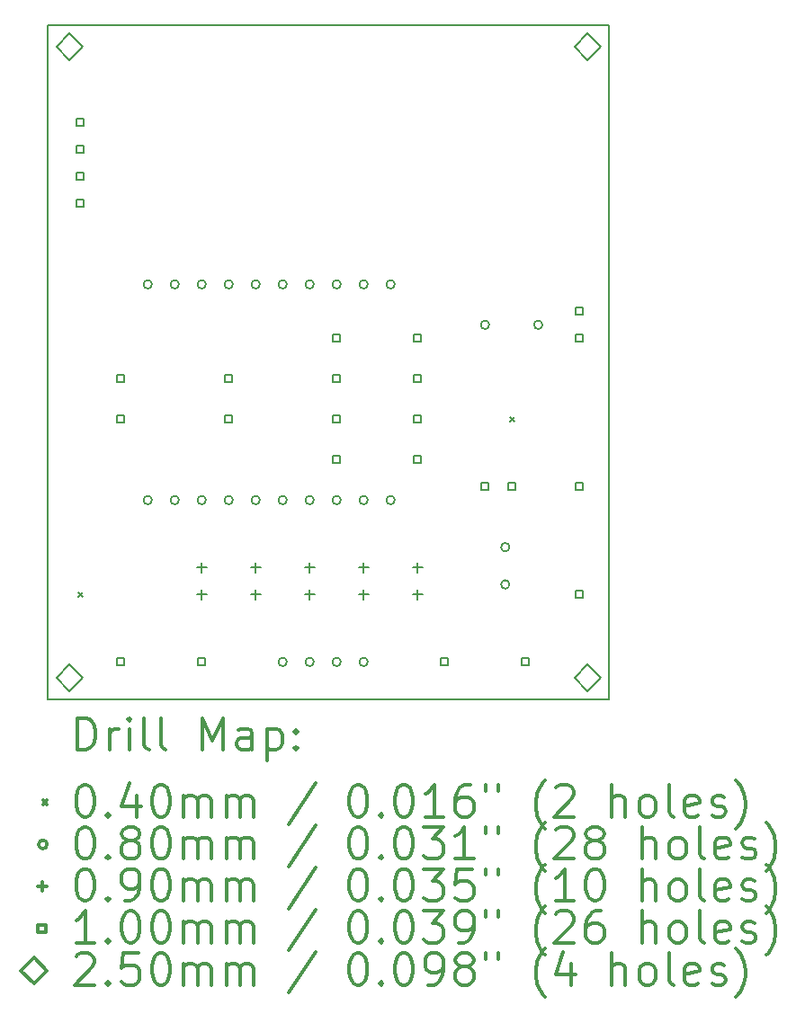
<source format=gbr>
%FSLAX45Y45*%
G04 Gerber Fmt 4.5, Leading zero omitted, Abs format (unit mm)*
G04 Created by KiCad (PCBNEW 5.1.9+dfsg1-1+deb11u1) date 2023-10-22 21:50:04*
%MOMM*%
%LPD*%
G01*
G04 APERTURE LIST*
%TA.AperFunction,Profile*%
%ADD10C,0.150000*%
%TD*%
%ADD11C,0.200000*%
%ADD12C,0.300000*%
G04 APERTURE END LIST*
D10*
X12395200Y-6705600D02*
X12395200Y-13055600D01*
X17678400Y-6705600D02*
X12395200Y-6705600D01*
X17678400Y-13055600D02*
X17678400Y-6705600D01*
X12395200Y-13055600D02*
X17678400Y-13055600D01*
D11*
X12680000Y-12045000D02*
X12720000Y-12085000D01*
X12720000Y-12045000D02*
X12680000Y-12085000D01*
X16744000Y-10394000D02*
X16784000Y-10434000D01*
X16784000Y-10394000D02*
X16744000Y-10434000D01*
X13375000Y-9144000D02*
G75*
G03*
X13375000Y-9144000I-40000J0D01*
G01*
X13375000Y-11176000D02*
G75*
G03*
X13375000Y-11176000I-40000J0D01*
G01*
X13629000Y-9144000D02*
G75*
G03*
X13629000Y-9144000I-40000J0D01*
G01*
X13629000Y-11176000D02*
G75*
G03*
X13629000Y-11176000I-40000J0D01*
G01*
X13883000Y-9144000D02*
G75*
G03*
X13883000Y-9144000I-40000J0D01*
G01*
X13883000Y-11176000D02*
G75*
G03*
X13883000Y-11176000I-40000J0D01*
G01*
X14137000Y-9144000D02*
G75*
G03*
X14137000Y-9144000I-40000J0D01*
G01*
X14137000Y-11176000D02*
G75*
G03*
X14137000Y-11176000I-40000J0D01*
G01*
X14391000Y-9144000D02*
G75*
G03*
X14391000Y-9144000I-40000J0D01*
G01*
X14391000Y-11176000D02*
G75*
G03*
X14391000Y-11176000I-40000J0D01*
G01*
X14645000Y-9144000D02*
G75*
G03*
X14645000Y-9144000I-40000J0D01*
G01*
X14645000Y-11176000D02*
G75*
G03*
X14645000Y-11176000I-40000J0D01*
G01*
X14645000Y-12700000D02*
G75*
G03*
X14645000Y-12700000I-40000J0D01*
G01*
X14899000Y-9144000D02*
G75*
G03*
X14899000Y-9144000I-40000J0D01*
G01*
X14899000Y-11176000D02*
G75*
G03*
X14899000Y-11176000I-40000J0D01*
G01*
X14899000Y-12700000D02*
G75*
G03*
X14899000Y-12700000I-40000J0D01*
G01*
X15153000Y-9144000D02*
G75*
G03*
X15153000Y-9144000I-40000J0D01*
G01*
X15153000Y-11176000D02*
G75*
G03*
X15153000Y-11176000I-40000J0D01*
G01*
X15153000Y-12700000D02*
G75*
G03*
X15153000Y-12700000I-40000J0D01*
G01*
X15407000Y-9144000D02*
G75*
G03*
X15407000Y-9144000I-40000J0D01*
G01*
X15407000Y-11176000D02*
G75*
G03*
X15407000Y-11176000I-40000J0D01*
G01*
X15407000Y-12700000D02*
G75*
G03*
X15407000Y-12700000I-40000J0D01*
G01*
X15661000Y-9144000D02*
G75*
G03*
X15661000Y-9144000I-40000J0D01*
G01*
X15661000Y-11176000D02*
G75*
G03*
X15661000Y-11176000I-40000J0D01*
G01*
X16550000Y-9525000D02*
G75*
G03*
X16550000Y-9525000I-40000J0D01*
G01*
X16740500Y-11620500D02*
G75*
G03*
X16740500Y-11620500I-40000J0D01*
G01*
X16740500Y-11970500D02*
G75*
G03*
X16740500Y-11970500I-40000J0D01*
G01*
X17050000Y-9525000D02*
G75*
G03*
X17050000Y-9525000I-40000J0D01*
G01*
X13843000Y-11766000D02*
X13843000Y-11856000D01*
X13798000Y-11811000D02*
X13888000Y-11811000D01*
X13843000Y-12020000D02*
X13843000Y-12110000D01*
X13798000Y-12065000D02*
X13888000Y-12065000D01*
X14351000Y-11766000D02*
X14351000Y-11856000D01*
X14306000Y-11811000D02*
X14396000Y-11811000D01*
X14351000Y-12020000D02*
X14351000Y-12110000D01*
X14306000Y-12065000D02*
X14396000Y-12065000D01*
X14859000Y-11766000D02*
X14859000Y-11856000D01*
X14814000Y-11811000D02*
X14904000Y-11811000D01*
X14859000Y-12020000D02*
X14859000Y-12110000D01*
X14814000Y-12065000D02*
X14904000Y-12065000D01*
X15367000Y-11766000D02*
X15367000Y-11856000D01*
X15322000Y-11811000D02*
X15412000Y-11811000D01*
X15367000Y-12020000D02*
X15367000Y-12110000D01*
X15322000Y-12065000D02*
X15412000Y-12065000D01*
X15875000Y-11766000D02*
X15875000Y-11856000D01*
X15830000Y-11811000D02*
X15920000Y-11811000D01*
X15875000Y-12020000D02*
X15875000Y-12110000D01*
X15830000Y-12065000D02*
X15920000Y-12065000D01*
X12735356Y-7655356D02*
X12735356Y-7584644D01*
X12664644Y-7584644D01*
X12664644Y-7655356D01*
X12735356Y-7655356D01*
X12735356Y-7909356D02*
X12735356Y-7838644D01*
X12664644Y-7838644D01*
X12664644Y-7909356D01*
X12735356Y-7909356D01*
X12735356Y-8163356D02*
X12735356Y-8092644D01*
X12664644Y-8092644D01*
X12664644Y-8163356D01*
X12735356Y-8163356D01*
X12735356Y-8417356D02*
X12735356Y-8346644D01*
X12664644Y-8346644D01*
X12664644Y-8417356D01*
X12735356Y-8417356D01*
X13116356Y-10068356D02*
X13116356Y-9997644D01*
X13045644Y-9997644D01*
X13045644Y-10068356D01*
X13116356Y-10068356D01*
X13116356Y-10449356D02*
X13116356Y-10378644D01*
X13045644Y-10378644D01*
X13045644Y-10449356D01*
X13116356Y-10449356D01*
X13116356Y-12735356D02*
X13116356Y-12664644D01*
X13045644Y-12664644D01*
X13045644Y-12735356D01*
X13116356Y-12735356D01*
X13878356Y-12735356D02*
X13878356Y-12664644D01*
X13807644Y-12664644D01*
X13807644Y-12735356D01*
X13878356Y-12735356D01*
X14132356Y-10068356D02*
X14132356Y-9997644D01*
X14061644Y-9997644D01*
X14061644Y-10068356D01*
X14132356Y-10068356D01*
X14132356Y-10449356D02*
X14132356Y-10378644D01*
X14061644Y-10378644D01*
X14061644Y-10449356D01*
X14132356Y-10449356D01*
X15148356Y-9687356D02*
X15148356Y-9616644D01*
X15077644Y-9616644D01*
X15077644Y-9687356D01*
X15148356Y-9687356D01*
X15148356Y-10068356D02*
X15148356Y-9997644D01*
X15077644Y-9997644D01*
X15077644Y-10068356D01*
X15148356Y-10068356D01*
X15148356Y-10449356D02*
X15148356Y-10378644D01*
X15077644Y-10378644D01*
X15077644Y-10449356D01*
X15148356Y-10449356D01*
X15148356Y-10830356D02*
X15148356Y-10759644D01*
X15077644Y-10759644D01*
X15077644Y-10830356D01*
X15148356Y-10830356D01*
X15910356Y-9687356D02*
X15910356Y-9616644D01*
X15839644Y-9616644D01*
X15839644Y-9687356D01*
X15910356Y-9687356D01*
X15910356Y-10068356D02*
X15910356Y-9997644D01*
X15839644Y-9997644D01*
X15839644Y-10068356D01*
X15910356Y-10068356D01*
X15910356Y-10449356D02*
X15910356Y-10378644D01*
X15839644Y-10378644D01*
X15839644Y-10449356D01*
X15910356Y-10449356D01*
X15910356Y-10830356D02*
X15910356Y-10759644D01*
X15839644Y-10759644D01*
X15839644Y-10830356D01*
X15910356Y-10830356D01*
X16164356Y-12735356D02*
X16164356Y-12664644D01*
X16093644Y-12664644D01*
X16093644Y-12735356D01*
X16164356Y-12735356D01*
X16545356Y-11084356D02*
X16545356Y-11013644D01*
X16474644Y-11013644D01*
X16474644Y-11084356D01*
X16545356Y-11084356D01*
X16799356Y-11084356D02*
X16799356Y-11013644D01*
X16728644Y-11013644D01*
X16728644Y-11084356D01*
X16799356Y-11084356D01*
X16926356Y-12735356D02*
X16926356Y-12664644D01*
X16855644Y-12664644D01*
X16855644Y-12735356D01*
X16926356Y-12735356D01*
X17434356Y-9433356D02*
X17434356Y-9362644D01*
X17363644Y-9362644D01*
X17363644Y-9433356D01*
X17434356Y-9433356D01*
X17434356Y-9687356D02*
X17434356Y-9616644D01*
X17363644Y-9616644D01*
X17363644Y-9687356D01*
X17434356Y-9687356D01*
X17434610Y-11084356D02*
X17434610Y-11013644D01*
X17363898Y-11013644D01*
X17363898Y-11084356D01*
X17434610Y-11084356D01*
X17434610Y-12100356D02*
X17434610Y-12029644D01*
X17363898Y-12029644D01*
X17363898Y-12100356D01*
X17434610Y-12100356D01*
X12598400Y-7033800D02*
X12723400Y-6908800D01*
X12598400Y-6783800D01*
X12473400Y-6908800D01*
X12598400Y-7033800D01*
X12598400Y-12977400D02*
X12723400Y-12852400D01*
X12598400Y-12727400D01*
X12473400Y-12852400D01*
X12598400Y-12977400D01*
X17475200Y-7033800D02*
X17600200Y-6908800D01*
X17475200Y-6783800D01*
X17350200Y-6908800D01*
X17475200Y-7033800D01*
X17475200Y-12977400D02*
X17600200Y-12852400D01*
X17475200Y-12727400D01*
X17350200Y-12852400D01*
X17475200Y-12977400D01*
D12*
X12674128Y-13528814D02*
X12674128Y-13228814D01*
X12745557Y-13228814D01*
X12788414Y-13243100D01*
X12816986Y-13271671D01*
X12831271Y-13300243D01*
X12845557Y-13357386D01*
X12845557Y-13400243D01*
X12831271Y-13457386D01*
X12816986Y-13485957D01*
X12788414Y-13514529D01*
X12745557Y-13528814D01*
X12674128Y-13528814D01*
X12974128Y-13528814D02*
X12974128Y-13328814D01*
X12974128Y-13385957D02*
X12988414Y-13357386D01*
X13002700Y-13343100D01*
X13031271Y-13328814D01*
X13059843Y-13328814D01*
X13159843Y-13528814D02*
X13159843Y-13328814D01*
X13159843Y-13228814D02*
X13145557Y-13243100D01*
X13159843Y-13257386D01*
X13174128Y-13243100D01*
X13159843Y-13228814D01*
X13159843Y-13257386D01*
X13345557Y-13528814D02*
X13316986Y-13514529D01*
X13302700Y-13485957D01*
X13302700Y-13228814D01*
X13502700Y-13528814D02*
X13474128Y-13514529D01*
X13459843Y-13485957D01*
X13459843Y-13228814D01*
X13845557Y-13528814D02*
X13845557Y-13228814D01*
X13945557Y-13443100D01*
X14045557Y-13228814D01*
X14045557Y-13528814D01*
X14316986Y-13528814D02*
X14316986Y-13371671D01*
X14302700Y-13343100D01*
X14274128Y-13328814D01*
X14216986Y-13328814D01*
X14188414Y-13343100D01*
X14316986Y-13514529D02*
X14288414Y-13528814D01*
X14216986Y-13528814D01*
X14188414Y-13514529D01*
X14174128Y-13485957D01*
X14174128Y-13457386D01*
X14188414Y-13428814D01*
X14216986Y-13414529D01*
X14288414Y-13414529D01*
X14316986Y-13400243D01*
X14459843Y-13328814D02*
X14459843Y-13628814D01*
X14459843Y-13343100D02*
X14488414Y-13328814D01*
X14545557Y-13328814D01*
X14574128Y-13343100D01*
X14588414Y-13357386D01*
X14602700Y-13385957D01*
X14602700Y-13471671D01*
X14588414Y-13500243D01*
X14574128Y-13514529D01*
X14545557Y-13528814D01*
X14488414Y-13528814D01*
X14459843Y-13514529D01*
X14731271Y-13500243D02*
X14745557Y-13514529D01*
X14731271Y-13528814D01*
X14716986Y-13514529D01*
X14731271Y-13500243D01*
X14731271Y-13528814D01*
X14731271Y-13343100D02*
X14745557Y-13357386D01*
X14731271Y-13371671D01*
X14716986Y-13357386D01*
X14731271Y-13343100D01*
X14731271Y-13371671D01*
X12347700Y-14003100D02*
X12387700Y-14043100D01*
X12387700Y-14003100D02*
X12347700Y-14043100D01*
X12731271Y-13858814D02*
X12759843Y-13858814D01*
X12788414Y-13873100D01*
X12802700Y-13887386D01*
X12816986Y-13915957D01*
X12831271Y-13973100D01*
X12831271Y-14044529D01*
X12816986Y-14101671D01*
X12802700Y-14130243D01*
X12788414Y-14144529D01*
X12759843Y-14158814D01*
X12731271Y-14158814D01*
X12702700Y-14144529D01*
X12688414Y-14130243D01*
X12674128Y-14101671D01*
X12659843Y-14044529D01*
X12659843Y-13973100D01*
X12674128Y-13915957D01*
X12688414Y-13887386D01*
X12702700Y-13873100D01*
X12731271Y-13858814D01*
X12959843Y-14130243D02*
X12974128Y-14144529D01*
X12959843Y-14158814D01*
X12945557Y-14144529D01*
X12959843Y-14130243D01*
X12959843Y-14158814D01*
X13231271Y-13958814D02*
X13231271Y-14158814D01*
X13159843Y-13844529D02*
X13088414Y-14058814D01*
X13274128Y-14058814D01*
X13445557Y-13858814D02*
X13474128Y-13858814D01*
X13502700Y-13873100D01*
X13516986Y-13887386D01*
X13531271Y-13915957D01*
X13545557Y-13973100D01*
X13545557Y-14044529D01*
X13531271Y-14101671D01*
X13516986Y-14130243D01*
X13502700Y-14144529D01*
X13474128Y-14158814D01*
X13445557Y-14158814D01*
X13416986Y-14144529D01*
X13402700Y-14130243D01*
X13388414Y-14101671D01*
X13374128Y-14044529D01*
X13374128Y-13973100D01*
X13388414Y-13915957D01*
X13402700Y-13887386D01*
X13416986Y-13873100D01*
X13445557Y-13858814D01*
X13674128Y-14158814D02*
X13674128Y-13958814D01*
X13674128Y-13987386D02*
X13688414Y-13973100D01*
X13716986Y-13958814D01*
X13759843Y-13958814D01*
X13788414Y-13973100D01*
X13802700Y-14001671D01*
X13802700Y-14158814D01*
X13802700Y-14001671D02*
X13816986Y-13973100D01*
X13845557Y-13958814D01*
X13888414Y-13958814D01*
X13916986Y-13973100D01*
X13931271Y-14001671D01*
X13931271Y-14158814D01*
X14074128Y-14158814D02*
X14074128Y-13958814D01*
X14074128Y-13987386D02*
X14088414Y-13973100D01*
X14116986Y-13958814D01*
X14159843Y-13958814D01*
X14188414Y-13973100D01*
X14202700Y-14001671D01*
X14202700Y-14158814D01*
X14202700Y-14001671D02*
X14216986Y-13973100D01*
X14245557Y-13958814D01*
X14288414Y-13958814D01*
X14316986Y-13973100D01*
X14331271Y-14001671D01*
X14331271Y-14158814D01*
X14916986Y-13844529D02*
X14659843Y-14230243D01*
X15302700Y-13858814D02*
X15331271Y-13858814D01*
X15359843Y-13873100D01*
X15374128Y-13887386D01*
X15388414Y-13915957D01*
X15402700Y-13973100D01*
X15402700Y-14044529D01*
X15388414Y-14101671D01*
X15374128Y-14130243D01*
X15359843Y-14144529D01*
X15331271Y-14158814D01*
X15302700Y-14158814D01*
X15274128Y-14144529D01*
X15259843Y-14130243D01*
X15245557Y-14101671D01*
X15231271Y-14044529D01*
X15231271Y-13973100D01*
X15245557Y-13915957D01*
X15259843Y-13887386D01*
X15274128Y-13873100D01*
X15302700Y-13858814D01*
X15531271Y-14130243D02*
X15545557Y-14144529D01*
X15531271Y-14158814D01*
X15516986Y-14144529D01*
X15531271Y-14130243D01*
X15531271Y-14158814D01*
X15731271Y-13858814D02*
X15759843Y-13858814D01*
X15788414Y-13873100D01*
X15802700Y-13887386D01*
X15816986Y-13915957D01*
X15831271Y-13973100D01*
X15831271Y-14044529D01*
X15816986Y-14101671D01*
X15802700Y-14130243D01*
X15788414Y-14144529D01*
X15759843Y-14158814D01*
X15731271Y-14158814D01*
X15702700Y-14144529D01*
X15688414Y-14130243D01*
X15674128Y-14101671D01*
X15659843Y-14044529D01*
X15659843Y-13973100D01*
X15674128Y-13915957D01*
X15688414Y-13887386D01*
X15702700Y-13873100D01*
X15731271Y-13858814D01*
X16116986Y-14158814D02*
X15945557Y-14158814D01*
X16031271Y-14158814D02*
X16031271Y-13858814D01*
X16002700Y-13901671D01*
X15974128Y-13930243D01*
X15945557Y-13944529D01*
X16374128Y-13858814D02*
X16316986Y-13858814D01*
X16288414Y-13873100D01*
X16274128Y-13887386D01*
X16245557Y-13930243D01*
X16231271Y-13987386D01*
X16231271Y-14101671D01*
X16245557Y-14130243D01*
X16259843Y-14144529D01*
X16288414Y-14158814D01*
X16345557Y-14158814D01*
X16374128Y-14144529D01*
X16388414Y-14130243D01*
X16402700Y-14101671D01*
X16402700Y-14030243D01*
X16388414Y-14001671D01*
X16374128Y-13987386D01*
X16345557Y-13973100D01*
X16288414Y-13973100D01*
X16259843Y-13987386D01*
X16245557Y-14001671D01*
X16231271Y-14030243D01*
X16516986Y-13858814D02*
X16516986Y-13915957D01*
X16631271Y-13858814D02*
X16631271Y-13915957D01*
X17074128Y-14273100D02*
X17059843Y-14258814D01*
X17031271Y-14215957D01*
X17016986Y-14187386D01*
X17002700Y-14144529D01*
X16988414Y-14073100D01*
X16988414Y-14015957D01*
X17002700Y-13944529D01*
X17016986Y-13901671D01*
X17031271Y-13873100D01*
X17059843Y-13830243D01*
X17074128Y-13815957D01*
X17174128Y-13887386D02*
X17188414Y-13873100D01*
X17216986Y-13858814D01*
X17288414Y-13858814D01*
X17316986Y-13873100D01*
X17331271Y-13887386D01*
X17345557Y-13915957D01*
X17345557Y-13944529D01*
X17331271Y-13987386D01*
X17159843Y-14158814D01*
X17345557Y-14158814D01*
X17702700Y-14158814D02*
X17702700Y-13858814D01*
X17831271Y-14158814D02*
X17831271Y-14001671D01*
X17816986Y-13973100D01*
X17788414Y-13958814D01*
X17745557Y-13958814D01*
X17716986Y-13973100D01*
X17702700Y-13987386D01*
X18016986Y-14158814D02*
X17988414Y-14144529D01*
X17974128Y-14130243D01*
X17959843Y-14101671D01*
X17959843Y-14015957D01*
X17974128Y-13987386D01*
X17988414Y-13973100D01*
X18016986Y-13958814D01*
X18059843Y-13958814D01*
X18088414Y-13973100D01*
X18102700Y-13987386D01*
X18116986Y-14015957D01*
X18116986Y-14101671D01*
X18102700Y-14130243D01*
X18088414Y-14144529D01*
X18059843Y-14158814D01*
X18016986Y-14158814D01*
X18288414Y-14158814D02*
X18259843Y-14144529D01*
X18245557Y-14115957D01*
X18245557Y-13858814D01*
X18516986Y-14144529D02*
X18488414Y-14158814D01*
X18431271Y-14158814D01*
X18402700Y-14144529D01*
X18388414Y-14115957D01*
X18388414Y-14001671D01*
X18402700Y-13973100D01*
X18431271Y-13958814D01*
X18488414Y-13958814D01*
X18516986Y-13973100D01*
X18531271Y-14001671D01*
X18531271Y-14030243D01*
X18388414Y-14058814D01*
X18645557Y-14144529D02*
X18674128Y-14158814D01*
X18731271Y-14158814D01*
X18759843Y-14144529D01*
X18774128Y-14115957D01*
X18774128Y-14101671D01*
X18759843Y-14073100D01*
X18731271Y-14058814D01*
X18688414Y-14058814D01*
X18659843Y-14044529D01*
X18645557Y-14015957D01*
X18645557Y-14001671D01*
X18659843Y-13973100D01*
X18688414Y-13958814D01*
X18731271Y-13958814D01*
X18759843Y-13973100D01*
X18874128Y-14273100D02*
X18888414Y-14258814D01*
X18916986Y-14215957D01*
X18931271Y-14187386D01*
X18945557Y-14144529D01*
X18959843Y-14073100D01*
X18959843Y-14015957D01*
X18945557Y-13944529D01*
X18931271Y-13901671D01*
X18916986Y-13873100D01*
X18888414Y-13830243D01*
X18874128Y-13815957D01*
X12387700Y-14419100D02*
G75*
G03*
X12387700Y-14419100I-40000J0D01*
G01*
X12731271Y-14254814D02*
X12759843Y-14254814D01*
X12788414Y-14269100D01*
X12802700Y-14283386D01*
X12816986Y-14311957D01*
X12831271Y-14369100D01*
X12831271Y-14440529D01*
X12816986Y-14497671D01*
X12802700Y-14526243D01*
X12788414Y-14540529D01*
X12759843Y-14554814D01*
X12731271Y-14554814D01*
X12702700Y-14540529D01*
X12688414Y-14526243D01*
X12674128Y-14497671D01*
X12659843Y-14440529D01*
X12659843Y-14369100D01*
X12674128Y-14311957D01*
X12688414Y-14283386D01*
X12702700Y-14269100D01*
X12731271Y-14254814D01*
X12959843Y-14526243D02*
X12974128Y-14540529D01*
X12959843Y-14554814D01*
X12945557Y-14540529D01*
X12959843Y-14526243D01*
X12959843Y-14554814D01*
X13145557Y-14383386D02*
X13116986Y-14369100D01*
X13102700Y-14354814D01*
X13088414Y-14326243D01*
X13088414Y-14311957D01*
X13102700Y-14283386D01*
X13116986Y-14269100D01*
X13145557Y-14254814D01*
X13202700Y-14254814D01*
X13231271Y-14269100D01*
X13245557Y-14283386D01*
X13259843Y-14311957D01*
X13259843Y-14326243D01*
X13245557Y-14354814D01*
X13231271Y-14369100D01*
X13202700Y-14383386D01*
X13145557Y-14383386D01*
X13116986Y-14397671D01*
X13102700Y-14411957D01*
X13088414Y-14440529D01*
X13088414Y-14497671D01*
X13102700Y-14526243D01*
X13116986Y-14540529D01*
X13145557Y-14554814D01*
X13202700Y-14554814D01*
X13231271Y-14540529D01*
X13245557Y-14526243D01*
X13259843Y-14497671D01*
X13259843Y-14440529D01*
X13245557Y-14411957D01*
X13231271Y-14397671D01*
X13202700Y-14383386D01*
X13445557Y-14254814D02*
X13474128Y-14254814D01*
X13502700Y-14269100D01*
X13516986Y-14283386D01*
X13531271Y-14311957D01*
X13545557Y-14369100D01*
X13545557Y-14440529D01*
X13531271Y-14497671D01*
X13516986Y-14526243D01*
X13502700Y-14540529D01*
X13474128Y-14554814D01*
X13445557Y-14554814D01*
X13416986Y-14540529D01*
X13402700Y-14526243D01*
X13388414Y-14497671D01*
X13374128Y-14440529D01*
X13374128Y-14369100D01*
X13388414Y-14311957D01*
X13402700Y-14283386D01*
X13416986Y-14269100D01*
X13445557Y-14254814D01*
X13674128Y-14554814D02*
X13674128Y-14354814D01*
X13674128Y-14383386D02*
X13688414Y-14369100D01*
X13716986Y-14354814D01*
X13759843Y-14354814D01*
X13788414Y-14369100D01*
X13802700Y-14397671D01*
X13802700Y-14554814D01*
X13802700Y-14397671D02*
X13816986Y-14369100D01*
X13845557Y-14354814D01*
X13888414Y-14354814D01*
X13916986Y-14369100D01*
X13931271Y-14397671D01*
X13931271Y-14554814D01*
X14074128Y-14554814D02*
X14074128Y-14354814D01*
X14074128Y-14383386D02*
X14088414Y-14369100D01*
X14116986Y-14354814D01*
X14159843Y-14354814D01*
X14188414Y-14369100D01*
X14202700Y-14397671D01*
X14202700Y-14554814D01*
X14202700Y-14397671D02*
X14216986Y-14369100D01*
X14245557Y-14354814D01*
X14288414Y-14354814D01*
X14316986Y-14369100D01*
X14331271Y-14397671D01*
X14331271Y-14554814D01*
X14916986Y-14240529D02*
X14659843Y-14626243D01*
X15302700Y-14254814D02*
X15331271Y-14254814D01*
X15359843Y-14269100D01*
X15374128Y-14283386D01*
X15388414Y-14311957D01*
X15402700Y-14369100D01*
X15402700Y-14440529D01*
X15388414Y-14497671D01*
X15374128Y-14526243D01*
X15359843Y-14540529D01*
X15331271Y-14554814D01*
X15302700Y-14554814D01*
X15274128Y-14540529D01*
X15259843Y-14526243D01*
X15245557Y-14497671D01*
X15231271Y-14440529D01*
X15231271Y-14369100D01*
X15245557Y-14311957D01*
X15259843Y-14283386D01*
X15274128Y-14269100D01*
X15302700Y-14254814D01*
X15531271Y-14526243D02*
X15545557Y-14540529D01*
X15531271Y-14554814D01*
X15516986Y-14540529D01*
X15531271Y-14526243D01*
X15531271Y-14554814D01*
X15731271Y-14254814D02*
X15759843Y-14254814D01*
X15788414Y-14269100D01*
X15802700Y-14283386D01*
X15816986Y-14311957D01*
X15831271Y-14369100D01*
X15831271Y-14440529D01*
X15816986Y-14497671D01*
X15802700Y-14526243D01*
X15788414Y-14540529D01*
X15759843Y-14554814D01*
X15731271Y-14554814D01*
X15702700Y-14540529D01*
X15688414Y-14526243D01*
X15674128Y-14497671D01*
X15659843Y-14440529D01*
X15659843Y-14369100D01*
X15674128Y-14311957D01*
X15688414Y-14283386D01*
X15702700Y-14269100D01*
X15731271Y-14254814D01*
X15931271Y-14254814D02*
X16116986Y-14254814D01*
X16016986Y-14369100D01*
X16059843Y-14369100D01*
X16088414Y-14383386D01*
X16102700Y-14397671D01*
X16116986Y-14426243D01*
X16116986Y-14497671D01*
X16102700Y-14526243D01*
X16088414Y-14540529D01*
X16059843Y-14554814D01*
X15974128Y-14554814D01*
X15945557Y-14540529D01*
X15931271Y-14526243D01*
X16402700Y-14554814D02*
X16231271Y-14554814D01*
X16316986Y-14554814D02*
X16316986Y-14254814D01*
X16288414Y-14297671D01*
X16259843Y-14326243D01*
X16231271Y-14340529D01*
X16516986Y-14254814D02*
X16516986Y-14311957D01*
X16631271Y-14254814D02*
X16631271Y-14311957D01*
X17074128Y-14669100D02*
X17059843Y-14654814D01*
X17031271Y-14611957D01*
X17016986Y-14583386D01*
X17002700Y-14540529D01*
X16988414Y-14469100D01*
X16988414Y-14411957D01*
X17002700Y-14340529D01*
X17016986Y-14297671D01*
X17031271Y-14269100D01*
X17059843Y-14226243D01*
X17074128Y-14211957D01*
X17174128Y-14283386D02*
X17188414Y-14269100D01*
X17216986Y-14254814D01*
X17288414Y-14254814D01*
X17316986Y-14269100D01*
X17331271Y-14283386D01*
X17345557Y-14311957D01*
X17345557Y-14340529D01*
X17331271Y-14383386D01*
X17159843Y-14554814D01*
X17345557Y-14554814D01*
X17516986Y-14383386D02*
X17488414Y-14369100D01*
X17474128Y-14354814D01*
X17459843Y-14326243D01*
X17459843Y-14311957D01*
X17474128Y-14283386D01*
X17488414Y-14269100D01*
X17516986Y-14254814D01*
X17574128Y-14254814D01*
X17602700Y-14269100D01*
X17616986Y-14283386D01*
X17631271Y-14311957D01*
X17631271Y-14326243D01*
X17616986Y-14354814D01*
X17602700Y-14369100D01*
X17574128Y-14383386D01*
X17516986Y-14383386D01*
X17488414Y-14397671D01*
X17474128Y-14411957D01*
X17459843Y-14440529D01*
X17459843Y-14497671D01*
X17474128Y-14526243D01*
X17488414Y-14540529D01*
X17516986Y-14554814D01*
X17574128Y-14554814D01*
X17602700Y-14540529D01*
X17616986Y-14526243D01*
X17631271Y-14497671D01*
X17631271Y-14440529D01*
X17616986Y-14411957D01*
X17602700Y-14397671D01*
X17574128Y-14383386D01*
X17988414Y-14554814D02*
X17988414Y-14254814D01*
X18116986Y-14554814D02*
X18116986Y-14397671D01*
X18102700Y-14369100D01*
X18074128Y-14354814D01*
X18031271Y-14354814D01*
X18002700Y-14369100D01*
X17988414Y-14383386D01*
X18302700Y-14554814D02*
X18274128Y-14540529D01*
X18259843Y-14526243D01*
X18245557Y-14497671D01*
X18245557Y-14411957D01*
X18259843Y-14383386D01*
X18274128Y-14369100D01*
X18302700Y-14354814D01*
X18345557Y-14354814D01*
X18374128Y-14369100D01*
X18388414Y-14383386D01*
X18402700Y-14411957D01*
X18402700Y-14497671D01*
X18388414Y-14526243D01*
X18374128Y-14540529D01*
X18345557Y-14554814D01*
X18302700Y-14554814D01*
X18574128Y-14554814D02*
X18545557Y-14540529D01*
X18531271Y-14511957D01*
X18531271Y-14254814D01*
X18802700Y-14540529D02*
X18774128Y-14554814D01*
X18716986Y-14554814D01*
X18688414Y-14540529D01*
X18674128Y-14511957D01*
X18674128Y-14397671D01*
X18688414Y-14369100D01*
X18716986Y-14354814D01*
X18774128Y-14354814D01*
X18802700Y-14369100D01*
X18816986Y-14397671D01*
X18816986Y-14426243D01*
X18674128Y-14454814D01*
X18931271Y-14540529D02*
X18959843Y-14554814D01*
X19016986Y-14554814D01*
X19045557Y-14540529D01*
X19059843Y-14511957D01*
X19059843Y-14497671D01*
X19045557Y-14469100D01*
X19016986Y-14454814D01*
X18974128Y-14454814D01*
X18945557Y-14440529D01*
X18931271Y-14411957D01*
X18931271Y-14397671D01*
X18945557Y-14369100D01*
X18974128Y-14354814D01*
X19016986Y-14354814D01*
X19045557Y-14369100D01*
X19159843Y-14669100D02*
X19174128Y-14654814D01*
X19202700Y-14611957D01*
X19216986Y-14583386D01*
X19231271Y-14540529D01*
X19245557Y-14469100D01*
X19245557Y-14411957D01*
X19231271Y-14340529D01*
X19216986Y-14297671D01*
X19202700Y-14269100D01*
X19174128Y-14226243D01*
X19159843Y-14211957D01*
X12342700Y-14770100D02*
X12342700Y-14860100D01*
X12297700Y-14815100D02*
X12387700Y-14815100D01*
X12731271Y-14650814D02*
X12759843Y-14650814D01*
X12788414Y-14665100D01*
X12802700Y-14679386D01*
X12816986Y-14707957D01*
X12831271Y-14765100D01*
X12831271Y-14836529D01*
X12816986Y-14893671D01*
X12802700Y-14922243D01*
X12788414Y-14936529D01*
X12759843Y-14950814D01*
X12731271Y-14950814D01*
X12702700Y-14936529D01*
X12688414Y-14922243D01*
X12674128Y-14893671D01*
X12659843Y-14836529D01*
X12659843Y-14765100D01*
X12674128Y-14707957D01*
X12688414Y-14679386D01*
X12702700Y-14665100D01*
X12731271Y-14650814D01*
X12959843Y-14922243D02*
X12974128Y-14936529D01*
X12959843Y-14950814D01*
X12945557Y-14936529D01*
X12959843Y-14922243D01*
X12959843Y-14950814D01*
X13116986Y-14950814D02*
X13174128Y-14950814D01*
X13202700Y-14936529D01*
X13216986Y-14922243D01*
X13245557Y-14879386D01*
X13259843Y-14822243D01*
X13259843Y-14707957D01*
X13245557Y-14679386D01*
X13231271Y-14665100D01*
X13202700Y-14650814D01*
X13145557Y-14650814D01*
X13116986Y-14665100D01*
X13102700Y-14679386D01*
X13088414Y-14707957D01*
X13088414Y-14779386D01*
X13102700Y-14807957D01*
X13116986Y-14822243D01*
X13145557Y-14836529D01*
X13202700Y-14836529D01*
X13231271Y-14822243D01*
X13245557Y-14807957D01*
X13259843Y-14779386D01*
X13445557Y-14650814D02*
X13474128Y-14650814D01*
X13502700Y-14665100D01*
X13516986Y-14679386D01*
X13531271Y-14707957D01*
X13545557Y-14765100D01*
X13545557Y-14836529D01*
X13531271Y-14893671D01*
X13516986Y-14922243D01*
X13502700Y-14936529D01*
X13474128Y-14950814D01*
X13445557Y-14950814D01*
X13416986Y-14936529D01*
X13402700Y-14922243D01*
X13388414Y-14893671D01*
X13374128Y-14836529D01*
X13374128Y-14765100D01*
X13388414Y-14707957D01*
X13402700Y-14679386D01*
X13416986Y-14665100D01*
X13445557Y-14650814D01*
X13674128Y-14950814D02*
X13674128Y-14750814D01*
X13674128Y-14779386D02*
X13688414Y-14765100D01*
X13716986Y-14750814D01*
X13759843Y-14750814D01*
X13788414Y-14765100D01*
X13802700Y-14793671D01*
X13802700Y-14950814D01*
X13802700Y-14793671D02*
X13816986Y-14765100D01*
X13845557Y-14750814D01*
X13888414Y-14750814D01*
X13916986Y-14765100D01*
X13931271Y-14793671D01*
X13931271Y-14950814D01*
X14074128Y-14950814D02*
X14074128Y-14750814D01*
X14074128Y-14779386D02*
X14088414Y-14765100D01*
X14116986Y-14750814D01*
X14159843Y-14750814D01*
X14188414Y-14765100D01*
X14202700Y-14793671D01*
X14202700Y-14950814D01*
X14202700Y-14793671D02*
X14216986Y-14765100D01*
X14245557Y-14750814D01*
X14288414Y-14750814D01*
X14316986Y-14765100D01*
X14331271Y-14793671D01*
X14331271Y-14950814D01*
X14916986Y-14636529D02*
X14659843Y-15022243D01*
X15302700Y-14650814D02*
X15331271Y-14650814D01*
X15359843Y-14665100D01*
X15374128Y-14679386D01*
X15388414Y-14707957D01*
X15402700Y-14765100D01*
X15402700Y-14836529D01*
X15388414Y-14893671D01*
X15374128Y-14922243D01*
X15359843Y-14936529D01*
X15331271Y-14950814D01*
X15302700Y-14950814D01*
X15274128Y-14936529D01*
X15259843Y-14922243D01*
X15245557Y-14893671D01*
X15231271Y-14836529D01*
X15231271Y-14765100D01*
X15245557Y-14707957D01*
X15259843Y-14679386D01*
X15274128Y-14665100D01*
X15302700Y-14650814D01*
X15531271Y-14922243D02*
X15545557Y-14936529D01*
X15531271Y-14950814D01*
X15516986Y-14936529D01*
X15531271Y-14922243D01*
X15531271Y-14950814D01*
X15731271Y-14650814D02*
X15759843Y-14650814D01*
X15788414Y-14665100D01*
X15802700Y-14679386D01*
X15816986Y-14707957D01*
X15831271Y-14765100D01*
X15831271Y-14836529D01*
X15816986Y-14893671D01*
X15802700Y-14922243D01*
X15788414Y-14936529D01*
X15759843Y-14950814D01*
X15731271Y-14950814D01*
X15702700Y-14936529D01*
X15688414Y-14922243D01*
X15674128Y-14893671D01*
X15659843Y-14836529D01*
X15659843Y-14765100D01*
X15674128Y-14707957D01*
X15688414Y-14679386D01*
X15702700Y-14665100D01*
X15731271Y-14650814D01*
X15931271Y-14650814D02*
X16116986Y-14650814D01*
X16016986Y-14765100D01*
X16059843Y-14765100D01*
X16088414Y-14779386D01*
X16102700Y-14793671D01*
X16116986Y-14822243D01*
X16116986Y-14893671D01*
X16102700Y-14922243D01*
X16088414Y-14936529D01*
X16059843Y-14950814D01*
X15974128Y-14950814D01*
X15945557Y-14936529D01*
X15931271Y-14922243D01*
X16388414Y-14650814D02*
X16245557Y-14650814D01*
X16231271Y-14793671D01*
X16245557Y-14779386D01*
X16274128Y-14765100D01*
X16345557Y-14765100D01*
X16374128Y-14779386D01*
X16388414Y-14793671D01*
X16402700Y-14822243D01*
X16402700Y-14893671D01*
X16388414Y-14922243D01*
X16374128Y-14936529D01*
X16345557Y-14950814D01*
X16274128Y-14950814D01*
X16245557Y-14936529D01*
X16231271Y-14922243D01*
X16516986Y-14650814D02*
X16516986Y-14707957D01*
X16631271Y-14650814D02*
X16631271Y-14707957D01*
X17074128Y-15065100D02*
X17059843Y-15050814D01*
X17031271Y-15007957D01*
X17016986Y-14979386D01*
X17002700Y-14936529D01*
X16988414Y-14865100D01*
X16988414Y-14807957D01*
X17002700Y-14736529D01*
X17016986Y-14693671D01*
X17031271Y-14665100D01*
X17059843Y-14622243D01*
X17074128Y-14607957D01*
X17345557Y-14950814D02*
X17174128Y-14950814D01*
X17259843Y-14950814D02*
X17259843Y-14650814D01*
X17231271Y-14693671D01*
X17202700Y-14722243D01*
X17174128Y-14736529D01*
X17531271Y-14650814D02*
X17559843Y-14650814D01*
X17588414Y-14665100D01*
X17602700Y-14679386D01*
X17616986Y-14707957D01*
X17631271Y-14765100D01*
X17631271Y-14836529D01*
X17616986Y-14893671D01*
X17602700Y-14922243D01*
X17588414Y-14936529D01*
X17559843Y-14950814D01*
X17531271Y-14950814D01*
X17502700Y-14936529D01*
X17488414Y-14922243D01*
X17474128Y-14893671D01*
X17459843Y-14836529D01*
X17459843Y-14765100D01*
X17474128Y-14707957D01*
X17488414Y-14679386D01*
X17502700Y-14665100D01*
X17531271Y-14650814D01*
X17988414Y-14950814D02*
X17988414Y-14650814D01*
X18116986Y-14950814D02*
X18116986Y-14793671D01*
X18102700Y-14765100D01*
X18074128Y-14750814D01*
X18031271Y-14750814D01*
X18002700Y-14765100D01*
X17988414Y-14779386D01*
X18302700Y-14950814D02*
X18274128Y-14936529D01*
X18259843Y-14922243D01*
X18245557Y-14893671D01*
X18245557Y-14807957D01*
X18259843Y-14779386D01*
X18274128Y-14765100D01*
X18302700Y-14750814D01*
X18345557Y-14750814D01*
X18374128Y-14765100D01*
X18388414Y-14779386D01*
X18402700Y-14807957D01*
X18402700Y-14893671D01*
X18388414Y-14922243D01*
X18374128Y-14936529D01*
X18345557Y-14950814D01*
X18302700Y-14950814D01*
X18574128Y-14950814D02*
X18545557Y-14936529D01*
X18531271Y-14907957D01*
X18531271Y-14650814D01*
X18802700Y-14936529D02*
X18774128Y-14950814D01*
X18716986Y-14950814D01*
X18688414Y-14936529D01*
X18674128Y-14907957D01*
X18674128Y-14793671D01*
X18688414Y-14765100D01*
X18716986Y-14750814D01*
X18774128Y-14750814D01*
X18802700Y-14765100D01*
X18816986Y-14793671D01*
X18816986Y-14822243D01*
X18674128Y-14850814D01*
X18931271Y-14936529D02*
X18959843Y-14950814D01*
X19016986Y-14950814D01*
X19045557Y-14936529D01*
X19059843Y-14907957D01*
X19059843Y-14893671D01*
X19045557Y-14865100D01*
X19016986Y-14850814D01*
X18974128Y-14850814D01*
X18945557Y-14836529D01*
X18931271Y-14807957D01*
X18931271Y-14793671D01*
X18945557Y-14765100D01*
X18974128Y-14750814D01*
X19016986Y-14750814D01*
X19045557Y-14765100D01*
X19159843Y-15065100D02*
X19174128Y-15050814D01*
X19202700Y-15007957D01*
X19216986Y-14979386D01*
X19231271Y-14936529D01*
X19245557Y-14865100D01*
X19245557Y-14807957D01*
X19231271Y-14736529D01*
X19216986Y-14693671D01*
X19202700Y-14665100D01*
X19174128Y-14622243D01*
X19159843Y-14607957D01*
X12373056Y-15246456D02*
X12373056Y-15175744D01*
X12302344Y-15175744D01*
X12302344Y-15246456D01*
X12373056Y-15246456D01*
X12831271Y-15346814D02*
X12659843Y-15346814D01*
X12745557Y-15346814D02*
X12745557Y-15046814D01*
X12716986Y-15089671D01*
X12688414Y-15118243D01*
X12659843Y-15132529D01*
X12959843Y-15318243D02*
X12974128Y-15332529D01*
X12959843Y-15346814D01*
X12945557Y-15332529D01*
X12959843Y-15318243D01*
X12959843Y-15346814D01*
X13159843Y-15046814D02*
X13188414Y-15046814D01*
X13216986Y-15061100D01*
X13231271Y-15075386D01*
X13245557Y-15103957D01*
X13259843Y-15161100D01*
X13259843Y-15232529D01*
X13245557Y-15289671D01*
X13231271Y-15318243D01*
X13216986Y-15332529D01*
X13188414Y-15346814D01*
X13159843Y-15346814D01*
X13131271Y-15332529D01*
X13116986Y-15318243D01*
X13102700Y-15289671D01*
X13088414Y-15232529D01*
X13088414Y-15161100D01*
X13102700Y-15103957D01*
X13116986Y-15075386D01*
X13131271Y-15061100D01*
X13159843Y-15046814D01*
X13445557Y-15046814D02*
X13474128Y-15046814D01*
X13502700Y-15061100D01*
X13516986Y-15075386D01*
X13531271Y-15103957D01*
X13545557Y-15161100D01*
X13545557Y-15232529D01*
X13531271Y-15289671D01*
X13516986Y-15318243D01*
X13502700Y-15332529D01*
X13474128Y-15346814D01*
X13445557Y-15346814D01*
X13416986Y-15332529D01*
X13402700Y-15318243D01*
X13388414Y-15289671D01*
X13374128Y-15232529D01*
X13374128Y-15161100D01*
X13388414Y-15103957D01*
X13402700Y-15075386D01*
X13416986Y-15061100D01*
X13445557Y-15046814D01*
X13674128Y-15346814D02*
X13674128Y-15146814D01*
X13674128Y-15175386D02*
X13688414Y-15161100D01*
X13716986Y-15146814D01*
X13759843Y-15146814D01*
X13788414Y-15161100D01*
X13802700Y-15189671D01*
X13802700Y-15346814D01*
X13802700Y-15189671D02*
X13816986Y-15161100D01*
X13845557Y-15146814D01*
X13888414Y-15146814D01*
X13916986Y-15161100D01*
X13931271Y-15189671D01*
X13931271Y-15346814D01*
X14074128Y-15346814D02*
X14074128Y-15146814D01*
X14074128Y-15175386D02*
X14088414Y-15161100D01*
X14116986Y-15146814D01*
X14159843Y-15146814D01*
X14188414Y-15161100D01*
X14202700Y-15189671D01*
X14202700Y-15346814D01*
X14202700Y-15189671D02*
X14216986Y-15161100D01*
X14245557Y-15146814D01*
X14288414Y-15146814D01*
X14316986Y-15161100D01*
X14331271Y-15189671D01*
X14331271Y-15346814D01*
X14916986Y-15032529D02*
X14659843Y-15418243D01*
X15302700Y-15046814D02*
X15331271Y-15046814D01*
X15359843Y-15061100D01*
X15374128Y-15075386D01*
X15388414Y-15103957D01*
X15402700Y-15161100D01*
X15402700Y-15232529D01*
X15388414Y-15289671D01*
X15374128Y-15318243D01*
X15359843Y-15332529D01*
X15331271Y-15346814D01*
X15302700Y-15346814D01*
X15274128Y-15332529D01*
X15259843Y-15318243D01*
X15245557Y-15289671D01*
X15231271Y-15232529D01*
X15231271Y-15161100D01*
X15245557Y-15103957D01*
X15259843Y-15075386D01*
X15274128Y-15061100D01*
X15302700Y-15046814D01*
X15531271Y-15318243D02*
X15545557Y-15332529D01*
X15531271Y-15346814D01*
X15516986Y-15332529D01*
X15531271Y-15318243D01*
X15531271Y-15346814D01*
X15731271Y-15046814D02*
X15759843Y-15046814D01*
X15788414Y-15061100D01*
X15802700Y-15075386D01*
X15816986Y-15103957D01*
X15831271Y-15161100D01*
X15831271Y-15232529D01*
X15816986Y-15289671D01*
X15802700Y-15318243D01*
X15788414Y-15332529D01*
X15759843Y-15346814D01*
X15731271Y-15346814D01*
X15702700Y-15332529D01*
X15688414Y-15318243D01*
X15674128Y-15289671D01*
X15659843Y-15232529D01*
X15659843Y-15161100D01*
X15674128Y-15103957D01*
X15688414Y-15075386D01*
X15702700Y-15061100D01*
X15731271Y-15046814D01*
X15931271Y-15046814D02*
X16116986Y-15046814D01*
X16016986Y-15161100D01*
X16059843Y-15161100D01*
X16088414Y-15175386D01*
X16102700Y-15189671D01*
X16116986Y-15218243D01*
X16116986Y-15289671D01*
X16102700Y-15318243D01*
X16088414Y-15332529D01*
X16059843Y-15346814D01*
X15974128Y-15346814D01*
X15945557Y-15332529D01*
X15931271Y-15318243D01*
X16259843Y-15346814D02*
X16316986Y-15346814D01*
X16345557Y-15332529D01*
X16359843Y-15318243D01*
X16388414Y-15275386D01*
X16402700Y-15218243D01*
X16402700Y-15103957D01*
X16388414Y-15075386D01*
X16374128Y-15061100D01*
X16345557Y-15046814D01*
X16288414Y-15046814D01*
X16259843Y-15061100D01*
X16245557Y-15075386D01*
X16231271Y-15103957D01*
X16231271Y-15175386D01*
X16245557Y-15203957D01*
X16259843Y-15218243D01*
X16288414Y-15232529D01*
X16345557Y-15232529D01*
X16374128Y-15218243D01*
X16388414Y-15203957D01*
X16402700Y-15175386D01*
X16516986Y-15046814D02*
X16516986Y-15103957D01*
X16631271Y-15046814D02*
X16631271Y-15103957D01*
X17074128Y-15461100D02*
X17059843Y-15446814D01*
X17031271Y-15403957D01*
X17016986Y-15375386D01*
X17002700Y-15332529D01*
X16988414Y-15261100D01*
X16988414Y-15203957D01*
X17002700Y-15132529D01*
X17016986Y-15089671D01*
X17031271Y-15061100D01*
X17059843Y-15018243D01*
X17074128Y-15003957D01*
X17174128Y-15075386D02*
X17188414Y-15061100D01*
X17216986Y-15046814D01*
X17288414Y-15046814D01*
X17316986Y-15061100D01*
X17331271Y-15075386D01*
X17345557Y-15103957D01*
X17345557Y-15132529D01*
X17331271Y-15175386D01*
X17159843Y-15346814D01*
X17345557Y-15346814D01*
X17602700Y-15046814D02*
X17545557Y-15046814D01*
X17516986Y-15061100D01*
X17502700Y-15075386D01*
X17474128Y-15118243D01*
X17459843Y-15175386D01*
X17459843Y-15289671D01*
X17474128Y-15318243D01*
X17488414Y-15332529D01*
X17516986Y-15346814D01*
X17574128Y-15346814D01*
X17602700Y-15332529D01*
X17616986Y-15318243D01*
X17631271Y-15289671D01*
X17631271Y-15218243D01*
X17616986Y-15189671D01*
X17602700Y-15175386D01*
X17574128Y-15161100D01*
X17516986Y-15161100D01*
X17488414Y-15175386D01*
X17474128Y-15189671D01*
X17459843Y-15218243D01*
X17988414Y-15346814D02*
X17988414Y-15046814D01*
X18116986Y-15346814D02*
X18116986Y-15189671D01*
X18102700Y-15161100D01*
X18074128Y-15146814D01*
X18031271Y-15146814D01*
X18002700Y-15161100D01*
X17988414Y-15175386D01*
X18302700Y-15346814D02*
X18274128Y-15332529D01*
X18259843Y-15318243D01*
X18245557Y-15289671D01*
X18245557Y-15203957D01*
X18259843Y-15175386D01*
X18274128Y-15161100D01*
X18302700Y-15146814D01*
X18345557Y-15146814D01*
X18374128Y-15161100D01*
X18388414Y-15175386D01*
X18402700Y-15203957D01*
X18402700Y-15289671D01*
X18388414Y-15318243D01*
X18374128Y-15332529D01*
X18345557Y-15346814D01*
X18302700Y-15346814D01*
X18574128Y-15346814D02*
X18545557Y-15332529D01*
X18531271Y-15303957D01*
X18531271Y-15046814D01*
X18802700Y-15332529D02*
X18774128Y-15346814D01*
X18716986Y-15346814D01*
X18688414Y-15332529D01*
X18674128Y-15303957D01*
X18674128Y-15189671D01*
X18688414Y-15161100D01*
X18716986Y-15146814D01*
X18774128Y-15146814D01*
X18802700Y-15161100D01*
X18816986Y-15189671D01*
X18816986Y-15218243D01*
X18674128Y-15246814D01*
X18931271Y-15332529D02*
X18959843Y-15346814D01*
X19016986Y-15346814D01*
X19045557Y-15332529D01*
X19059843Y-15303957D01*
X19059843Y-15289671D01*
X19045557Y-15261100D01*
X19016986Y-15246814D01*
X18974128Y-15246814D01*
X18945557Y-15232529D01*
X18931271Y-15203957D01*
X18931271Y-15189671D01*
X18945557Y-15161100D01*
X18974128Y-15146814D01*
X19016986Y-15146814D01*
X19045557Y-15161100D01*
X19159843Y-15461100D02*
X19174128Y-15446814D01*
X19202700Y-15403957D01*
X19216986Y-15375386D01*
X19231271Y-15332529D01*
X19245557Y-15261100D01*
X19245557Y-15203957D01*
X19231271Y-15132529D01*
X19216986Y-15089671D01*
X19202700Y-15061100D01*
X19174128Y-15018243D01*
X19159843Y-15003957D01*
X12262700Y-15732100D02*
X12387700Y-15607100D01*
X12262700Y-15482100D01*
X12137700Y-15607100D01*
X12262700Y-15732100D01*
X12659843Y-15471386D02*
X12674128Y-15457100D01*
X12702700Y-15442814D01*
X12774128Y-15442814D01*
X12802700Y-15457100D01*
X12816986Y-15471386D01*
X12831271Y-15499957D01*
X12831271Y-15528529D01*
X12816986Y-15571386D01*
X12645557Y-15742814D01*
X12831271Y-15742814D01*
X12959843Y-15714243D02*
X12974128Y-15728529D01*
X12959843Y-15742814D01*
X12945557Y-15728529D01*
X12959843Y-15714243D01*
X12959843Y-15742814D01*
X13245557Y-15442814D02*
X13102700Y-15442814D01*
X13088414Y-15585671D01*
X13102700Y-15571386D01*
X13131271Y-15557100D01*
X13202700Y-15557100D01*
X13231271Y-15571386D01*
X13245557Y-15585671D01*
X13259843Y-15614243D01*
X13259843Y-15685671D01*
X13245557Y-15714243D01*
X13231271Y-15728529D01*
X13202700Y-15742814D01*
X13131271Y-15742814D01*
X13102700Y-15728529D01*
X13088414Y-15714243D01*
X13445557Y-15442814D02*
X13474128Y-15442814D01*
X13502700Y-15457100D01*
X13516986Y-15471386D01*
X13531271Y-15499957D01*
X13545557Y-15557100D01*
X13545557Y-15628529D01*
X13531271Y-15685671D01*
X13516986Y-15714243D01*
X13502700Y-15728529D01*
X13474128Y-15742814D01*
X13445557Y-15742814D01*
X13416986Y-15728529D01*
X13402700Y-15714243D01*
X13388414Y-15685671D01*
X13374128Y-15628529D01*
X13374128Y-15557100D01*
X13388414Y-15499957D01*
X13402700Y-15471386D01*
X13416986Y-15457100D01*
X13445557Y-15442814D01*
X13674128Y-15742814D02*
X13674128Y-15542814D01*
X13674128Y-15571386D02*
X13688414Y-15557100D01*
X13716986Y-15542814D01*
X13759843Y-15542814D01*
X13788414Y-15557100D01*
X13802700Y-15585671D01*
X13802700Y-15742814D01*
X13802700Y-15585671D02*
X13816986Y-15557100D01*
X13845557Y-15542814D01*
X13888414Y-15542814D01*
X13916986Y-15557100D01*
X13931271Y-15585671D01*
X13931271Y-15742814D01*
X14074128Y-15742814D02*
X14074128Y-15542814D01*
X14074128Y-15571386D02*
X14088414Y-15557100D01*
X14116986Y-15542814D01*
X14159843Y-15542814D01*
X14188414Y-15557100D01*
X14202700Y-15585671D01*
X14202700Y-15742814D01*
X14202700Y-15585671D02*
X14216986Y-15557100D01*
X14245557Y-15542814D01*
X14288414Y-15542814D01*
X14316986Y-15557100D01*
X14331271Y-15585671D01*
X14331271Y-15742814D01*
X14916986Y-15428529D02*
X14659843Y-15814243D01*
X15302700Y-15442814D02*
X15331271Y-15442814D01*
X15359843Y-15457100D01*
X15374128Y-15471386D01*
X15388414Y-15499957D01*
X15402700Y-15557100D01*
X15402700Y-15628529D01*
X15388414Y-15685671D01*
X15374128Y-15714243D01*
X15359843Y-15728529D01*
X15331271Y-15742814D01*
X15302700Y-15742814D01*
X15274128Y-15728529D01*
X15259843Y-15714243D01*
X15245557Y-15685671D01*
X15231271Y-15628529D01*
X15231271Y-15557100D01*
X15245557Y-15499957D01*
X15259843Y-15471386D01*
X15274128Y-15457100D01*
X15302700Y-15442814D01*
X15531271Y-15714243D02*
X15545557Y-15728529D01*
X15531271Y-15742814D01*
X15516986Y-15728529D01*
X15531271Y-15714243D01*
X15531271Y-15742814D01*
X15731271Y-15442814D02*
X15759843Y-15442814D01*
X15788414Y-15457100D01*
X15802700Y-15471386D01*
X15816986Y-15499957D01*
X15831271Y-15557100D01*
X15831271Y-15628529D01*
X15816986Y-15685671D01*
X15802700Y-15714243D01*
X15788414Y-15728529D01*
X15759843Y-15742814D01*
X15731271Y-15742814D01*
X15702700Y-15728529D01*
X15688414Y-15714243D01*
X15674128Y-15685671D01*
X15659843Y-15628529D01*
X15659843Y-15557100D01*
X15674128Y-15499957D01*
X15688414Y-15471386D01*
X15702700Y-15457100D01*
X15731271Y-15442814D01*
X15974128Y-15742814D02*
X16031271Y-15742814D01*
X16059843Y-15728529D01*
X16074128Y-15714243D01*
X16102700Y-15671386D01*
X16116986Y-15614243D01*
X16116986Y-15499957D01*
X16102700Y-15471386D01*
X16088414Y-15457100D01*
X16059843Y-15442814D01*
X16002700Y-15442814D01*
X15974128Y-15457100D01*
X15959843Y-15471386D01*
X15945557Y-15499957D01*
X15945557Y-15571386D01*
X15959843Y-15599957D01*
X15974128Y-15614243D01*
X16002700Y-15628529D01*
X16059843Y-15628529D01*
X16088414Y-15614243D01*
X16102700Y-15599957D01*
X16116986Y-15571386D01*
X16288414Y-15571386D02*
X16259843Y-15557100D01*
X16245557Y-15542814D01*
X16231271Y-15514243D01*
X16231271Y-15499957D01*
X16245557Y-15471386D01*
X16259843Y-15457100D01*
X16288414Y-15442814D01*
X16345557Y-15442814D01*
X16374128Y-15457100D01*
X16388414Y-15471386D01*
X16402700Y-15499957D01*
X16402700Y-15514243D01*
X16388414Y-15542814D01*
X16374128Y-15557100D01*
X16345557Y-15571386D01*
X16288414Y-15571386D01*
X16259843Y-15585671D01*
X16245557Y-15599957D01*
X16231271Y-15628529D01*
X16231271Y-15685671D01*
X16245557Y-15714243D01*
X16259843Y-15728529D01*
X16288414Y-15742814D01*
X16345557Y-15742814D01*
X16374128Y-15728529D01*
X16388414Y-15714243D01*
X16402700Y-15685671D01*
X16402700Y-15628529D01*
X16388414Y-15599957D01*
X16374128Y-15585671D01*
X16345557Y-15571386D01*
X16516986Y-15442814D02*
X16516986Y-15499957D01*
X16631271Y-15442814D02*
X16631271Y-15499957D01*
X17074128Y-15857100D02*
X17059843Y-15842814D01*
X17031271Y-15799957D01*
X17016986Y-15771386D01*
X17002700Y-15728529D01*
X16988414Y-15657100D01*
X16988414Y-15599957D01*
X17002700Y-15528529D01*
X17016986Y-15485671D01*
X17031271Y-15457100D01*
X17059843Y-15414243D01*
X17074128Y-15399957D01*
X17316986Y-15542814D02*
X17316986Y-15742814D01*
X17245557Y-15428529D02*
X17174128Y-15642814D01*
X17359843Y-15642814D01*
X17702700Y-15742814D02*
X17702700Y-15442814D01*
X17831271Y-15742814D02*
X17831271Y-15585671D01*
X17816986Y-15557100D01*
X17788414Y-15542814D01*
X17745557Y-15542814D01*
X17716986Y-15557100D01*
X17702700Y-15571386D01*
X18016986Y-15742814D02*
X17988414Y-15728529D01*
X17974128Y-15714243D01*
X17959843Y-15685671D01*
X17959843Y-15599957D01*
X17974128Y-15571386D01*
X17988414Y-15557100D01*
X18016986Y-15542814D01*
X18059843Y-15542814D01*
X18088414Y-15557100D01*
X18102700Y-15571386D01*
X18116986Y-15599957D01*
X18116986Y-15685671D01*
X18102700Y-15714243D01*
X18088414Y-15728529D01*
X18059843Y-15742814D01*
X18016986Y-15742814D01*
X18288414Y-15742814D02*
X18259843Y-15728529D01*
X18245557Y-15699957D01*
X18245557Y-15442814D01*
X18516986Y-15728529D02*
X18488414Y-15742814D01*
X18431271Y-15742814D01*
X18402700Y-15728529D01*
X18388414Y-15699957D01*
X18388414Y-15585671D01*
X18402700Y-15557100D01*
X18431271Y-15542814D01*
X18488414Y-15542814D01*
X18516986Y-15557100D01*
X18531271Y-15585671D01*
X18531271Y-15614243D01*
X18388414Y-15642814D01*
X18645557Y-15728529D02*
X18674128Y-15742814D01*
X18731271Y-15742814D01*
X18759843Y-15728529D01*
X18774128Y-15699957D01*
X18774128Y-15685671D01*
X18759843Y-15657100D01*
X18731271Y-15642814D01*
X18688414Y-15642814D01*
X18659843Y-15628529D01*
X18645557Y-15599957D01*
X18645557Y-15585671D01*
X18659843Y-15557100D01*
X18688414Y-15542814D01*
X18731271Y-15542814D01*
X18759843Y-15557100D01*
X18874128Y-15857100D02*
X18888414Y-15842814D01*
X18916986Y-15799957D01*
X18931271Y-15771386D01*
X18945557Y-15728529D01*
X18959843Y-15657100D01*
X18959843Y-15599957D01*
X18945557Y-15528529D01*
X18931271Y-15485671D01*
X18916986Y-15457100D01*
X18888414Y-15414243D01*
X18874128Y-15399957D01*
M02*

</source>
